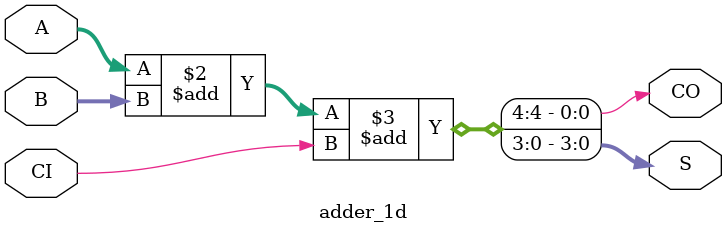
<source format=sv>

module adder_1d(S,CO,A,B,CI);
  output reg CO;
  input reg [3:0]A,B;
  input reg CI;
  output reg [3:0]S;
   
always_comb
begin
	{CO,S} = A+B+CI;
end
endmodule
  


</source>
